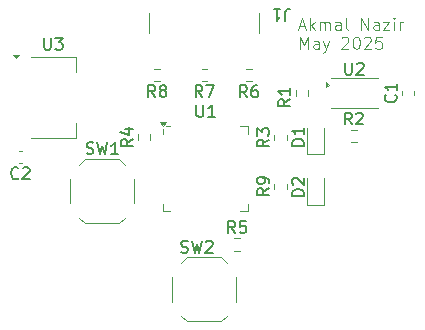
<source format=gbr>
%TF.GenerationSoftware,KiCad,Pcbnew,8.0.6*%
%TF.CreationDate,2025-05-21T19:35:09-04:00*%
%TF.ProjectId,ir_controller,69725f63-6f6e-4747-926f-6c6c65722e6b,rev?*%
%TF.SameCoordinates,Original*%
%TF.FileFunction,Legend,Top*%
%TF.FilePolarity,Positive*%
%FSLAX46Y46*%
G04 Gerber Fmt 4.6, Leading zero omitted, Abs format (unit mm)*
G04 Created by KiCad (PCBNEW 8.0.6) date 2025-05-21 19:35:09*
%MOMM*%
%LPD*%
G01*
G04 APERTURE LIST*
%ADD10C,0.100000*%
%ADD11C,0.150000*%
%ADD12C,0.120000*%
G04 APERTURE END LIST*
D10*
X56441065Y-35898960D02*
X56917255Y-35898960D01*
X56345827Y-36184675D02*
X56679160Y-35184675D01*
X56679160Y-35184675D02*
X57012493Y-36184675D01*
X57345827Y-36184675D02*
X57345827Y-35184675D01*
X57441065Y-35803722D02*
X57726779Y-36184675D01*
X57726779Y-35518008D02*
X57345827Y-35898960D01*
X58155351Y-36184675D02*
X58155351Y-35518008D01*
X58155351Y-35613246D02*
X58202970Y-35565627D01*
X58202970Y-35565627D02*
X58298208Y-35518008D01*
X58298208Y-35518008D02*
X58441065Y-35518008D01*
X58441065Y-35518008D02*
X58536303Y-35565627D01*
X58536303Y-35565627D02*
X58583922Y-35660865D01*
X58583922Y-35660865D02*
X58583922Y-36184675D01*
X58583922Y-35660865D02*
X58631541Y-35565627D01*
X58631541Y-35565627D02*
X58726779Y-35518008D01*
X58726779Y-35518008D02*
X58869636Y-35518008D01*
X58869636Y-35518008D02*
X58964875Y-35565627D01*
X58964875Y-35565627D02*
X59012494Y-35660865D01*
X59012494Y-35660865D02*
X59012494Y-36184675D01*
X59917255Y-36184675D02*
X59917255Y-35660865D01*
X59917255Y-35660865D02*
X59869636Y-35565627D01*
X59869636Y-35565627D02*
X59774398Y-35518008D01*
X59774398Y-35518008D02*
X59583922Y-35518008D01*
X59583922Y-35518008D02*
X59488684Y-35565627D01*
X59917255Y-36137056D02*
X59822017Y-36184675D01*
X59822017Y-36184675D02*
X59583922Y-36184675D01*
X59583922Y-36184675D02*
X59488684Y-36137056D01*
X59488684Y-36137056D02*
X59441065Y-36041817D01*
X59441065Y-36041817D02*
X59441065Y-35946579D01*
X59441065Y-35946579D02*
X59488684Y-35851341D01*
X59488684Y-35851341D02*
X59583922Y-35803722D01*
X59583922Y-35803722D02*
X59822017Y-35803722D01*
X59822017Y-35803722D02*
X59917255Y-35756103D01*
X60536303Y-36184675D02*
X60441065Y-36137056D01*
X60441065Y-36137056D02*
X60393446Y-36041817D01*
X60393446Y-36041817D02*
X60393446Y-35184675D01*
X61679161Y-36184675D02*
X61679161Y-35184675D01*
X61679161Y-35184675D02*
X62250589Y-36184675D01*
X62250589Y-36184675D02*
X62250589Y-35184675D01*
X63155351Y-36184675D02*
X63155351Y-35660865D01*
X63155351Y-35660865D02*
X63107732Y-35565627D01*
X63107732Y-35565627D02*
X63012494Y-35518008D01*
X63012494Y-35518008D02*
X62822018Y-35518008D01*
X62822018Y-35518008D02*
X62726780Y-35565627D01*
X63155351Y-36137056D02*
X63060113Y-36184675D01*
X63060113Y-36184675D02*
X62822018Y-36184675D01*
X62822018Y-36184675D02*
X62726780Y-36137056D01*
X62726780Y-36137056D02*
X62679161Y-36041817D01*
X62679161Y-36041817D02*
X62679161Y-35946579D01*
X62679161Y-35946579D02*
X62726780Y-35851341D01*
X62726780Y-35851341D02*
X62822018Y-35803722D01*
X62822018Y-35803722D02*
X63060113Y-35803722D01*
X63060113Y-35803722D02*
X63155351Y-35756103D01*
X63536304Y-35518008D02*
X64060113Y-35518008D01*
X64060113Y-35518008D02*
X63536304Y-36184675D01*
X63536304Y-36184675D02*
X64060113Y-36184675D01*
X64441066Y-36184675D02*
X64441066Y-35518008D01*
X64441066Y-35184675D02*
X64393447Y-35232294D01*
X64393447Y-35232294D02*
X64441066Y-35279913D01*
X64441066Y-35279913D02*
X64488685Y-35232294D01*
X64488685Y-35232294D02*
X64441066Y-35184675D01*
X64441066Y-35184675D02*
X64441066Y-35279913D01*
X64917256Y-36184675D02*
X64917256Y-35518008D01*
X64917256Y-35708484D02*
X64964875Y-35613246D01*
X64964875Y-35613246D02*
X65012494Y-35565627D01*
X65012494Y-35565627D02*
X65107732Y-35518008D01*
X65107732Y-35518008D02*
X65202970Y-35518008D01*
X56488684Y-37794619D02*
X56488684Y-36794619D01*
X56488684Y-36794619D02*
X56822017Y-37508904D01*
X56822017Y-37508904D02*
X57155350Y-36794619D01*
X57155350Y-36794619D02*
X57155350Y-37794619D01*
X58060112Y-37794619D02*
X58060112Y-37270809D01*
X58060112Y-37270809D02*
X58012493Y-37175571D01*
X58012493Y-37175571D02*
X57917255Y-37127952D01*
X57917255Y-37127952D02*
X57726779Y-37127952D01*
X57726779Y-37127952D02*
X57631541Y-37175571D01*
X58060112Y-37747000D02*
X57964874Y-37794619D01*
X57964874Y-37794619D02*
X57726779Y-37794619D01*
X57726779Y-37794619D02*
X57631541Y-37747000D01*
X57631541Y-37747000D02*
X57583922Y-37651761D01*
X57583922Y-37651761D02*
X57583922Y-37556523D01*
X57583922Y-37556523D02*
X57631541Y-37461285D01*
X57631541Y-37461285D02*
X57726779Y-37413666D01*
X57726779Y-37413666D02*
X57964874Y-37413666D01*
X57964874Y-37413666D02*
X58060112Y-37366047D01*
X58441065Y-37127952D02*
X58679160Y-37794619D01*
X58917255Y-37127952D02*
X58679160Y-37794619D01*
X58679160Y-37794619D02*
X58583922Y-38032714D01*
X58583922Y-38032714D02*
X58536303Y-38080333D01*
X58536303Y-38080333D02*
X58441065Y-38127952D01*
X60012494Y-36889857D02*
X60060113Y-36842238D01*
X60060113Y-36842238D02*
X60155351Y-36794619D01*
X60155351Y-36794619D02*
X60393446Y-36794619D01*
X60393446Y-36794619D02*
X60488684Y-36842238D01*
X60488684Y-36842238D02*
X60536303Y-36889857D01*
X60536303Y-36889857D02*
X60583922Y-36985095D01*
X60583922Y-36985095D02*
X60583922Y-37080333D01*
X60583922Y-37080333D02*
X60536303Y-37223190D01*
X60536303Y-37223190D02*
X59964875Y-37794619D01*
X59964875Y-37794619D02*
X60583922Y-37794619D01*
X61202970Y-36794619D02*
X61298208Y-36794619D01*
X61298208Y-36794619D02*
X61393446Y-36842238D01*
X61393446Y-36842238D02*
X61441065Y-36889857D01*
X61441065Y-36889857D02*
X61488684Y-36985095D01*
X61488684Y-36985095D02*
X61536303Y-37175571D01*
X61536303Y-37175571D02*
X61536303Y-37413666D01*
X61536303Y-37413666D02*
X61488684Y-37604142D01*
X61488684Y-37604142D02*
X61441065Y-37699380D01*
X61441065Y-37699380D02*
X61393446Y-37747000D01*
X61393446Y-37747000D02*
X61298208Y-37794619D01*
X61298208Y-37794619D02*
X61202970Y-37794619D01*
X61202970Y-37794619D02*
X61107732Y-37747000D01*
X61107732Y-37747000D02*
X61060113Y-37699380D01*
X61060113Y-37699380D02*
X61012494Y-37604142D01*
X61012494Y-37604142D02*
X60964875Y-37413666D01*
X60964875Y-37413666D02*
X60964875Y-37175571D01*
X60964875Y-37175571D02*
X61012494Y-36985095D01*
X61012494Y-36985095D02*
X61060113Y-36889857D01*
X61060113Y-36889857D02*
X61107732Y-36842238D01*
X61107732Y-36842238D02*
X61202970Y-36794619D01*
X61917256Y-36889857D02*
X61964875Y-36842238D01*
X61964875Y-36842238D02*
X62060113Y-36794619D01*
X62060113Y-36794619D02*
X62298208Y-36794619D01*
X62298208Y-36794619D02*
X62393446Y-36842238D01*
X62393446Y-36842238D02*
X62441065Y-36889857D01*
X62441065Y-36889857D02*
X62488684Y-36985095D01*
X62488684Y-36985095D02*
X62488684Y-37080333D01*
X62488684Y-37080333D02*
X62441065Y-37223190D01*
X62441065Y-37223190D02*
X61869637Y-37794619D01*
X61869637Y-37794619D02*
X62488684Y-37794619D01*
X63393446Y-36794619D02*
X62917256Y-36794619D01*
X62917256Y-36794619D02*
X62869637Y-37270809D01*
X62869637Y-37270809D02*
X62917256Y-37223190D01*
X62917256Y-37223190D02*
X63012494Y-37175571D01*
X63012494Y-37175571D02*
X63250589Y-37175571D01*
X63250589Y-37175571D02*
X63345827Y-37223190D01*
X63345827Y-37223190D02*
X63393446Y-37270809D01*
X63393446Y-37270809D02*
X63441065Y-37366047D01*
X63441065Y-37366047D02*
X63441065Y-37604142D01*
X63441065Y-37604142D02*
X63393446Y-37699380D01*
X63393446Y-37699380D02*
X63345827Y-37747000D01*
X63345827Y-37747000D02*
X63250589Y-37794619D01*
X63250589Y-37794619D02*
X63012494Y-37794619D01*
X63012494Y-37794619D02*
X62917256Y-37747000D01*
X62917256Y-37747000D02*
X62869637Y-37699380D01*
D11*
X38416467Y-46663200D02*
X38559324Y-46710819D01*
X38559324Y-46710819D02*
X38797419Y-46710819D01*
X38797419Y-46710819D02*
X38892657Y-46663200D01*
X38892657Y-46663200D02*
X38940276Y-46615580D01*
X38940276Y-46615580D02*
X38987895Y-46520342D01*
X38987895Y-46520342D02*
X38987895Y-46425104D01*
X38987895Y-46425104D02*
X38940276Y-46329866D01*
X38940276Y-46329866D02*
X38892657Y-46282247D01*
X38892657Y-46282247D02*
X38797419Y-46234628D01*
X38797419Y-46234628D02*
X38606943Y-46187009D01*
X38606943Y-46187009D02*
X38511705Y-46139390D01*
X38511705Y-46139390D02*
X38464086Y-46091771D01*
X38464086Y-46091771D02*
X38416467Y-45996533D01*
X38416467Y-45996533D02*
X38416467Y-45901295D01*
X38416467Y-45901295D02*
X38464086Y-45806057D01*
X38464086Y-45806057D02*
X38511705Y-45758438D01*
X38511705Y-45758438D02*
X38606943Y-45710819D01*
X38606943Y-45710819D02*
X38845038Y-45710819D01*
X38845038Y-45710819D02*
X38987895Y-45758438D01*
X39321229Y-45710819D02*
X39559324Y-46710819D01*
X39559324Y-46710819D02*
X39749800Y-45996533D01*
X39749800Y-45996533D02*
X39940276Y-46710819D01*
X39940276Y-46710819D02*
X40178372Y-45710819D01*
X41083133Y-46710819D02*
X40511705Y-46710819D01*
X40797419Y-46710819D02*
X40797419Y-45710819D01*
X40797419Y-45710819D02*
X40702181Y-45853676D01*
X40702181Y-45853676D02*
X40606943Y-45948914D01*
X40606943Y-45948914D02*
X40511705Y-45996533D01*
X46416267Y-55017200D02*
X46559124Y-55064819D01*
X46559124Y-55064819D02*
X46797219Y-55064819D01*
X46797219Y-55064819D02*
X46892457Y-55017200D01*
X46892457Y-55017200D02*
X46940076Y-54969580D01*
X46940076Y-54969580D02*
X46987695Y-54874342D01*
X46987695Y-54874342D02*
X46987695Y-54779104D01*
X46987695Y-54779104D02*
X46940076Y-54683866D01*
X46940076Y-54683866D02*
X46892457Y-54636247D01*
X46892457Y-54636247D02*
X46797219Y-54588628D01*
X46797219Y-54588628D02*
X46606743Y-54541009D01*
X46606743Y-54541009D02*
X46511505Y-54493390D01*
X46511505Y-54493390D02*
X46463886Y-54445771D01*
X46463886Y-54445771D02*
X46416267Y-54350533D01*
X46416267Y-54350533D02*
X46416267Y-54255295D01*
X46416267Y-54255295D02*
X46463886Y-54160057D01*
X46463886Y-54160057D02*
X46511505Y-54112438D01*
X46511505Y-54112438D02*
X46606743Y-54064819D01*
X46606743Y-54064819D02*
X46844838Y-54064819D01*
X46844838Y-54064819D02*
X46987695Y-54112438D01*
X47321029Y-54064819D02*
X47559124Y-55064819D01*
X47559124Y-55064819D02*
X47749600Y-54350533D01*
X47749600Y-54350533D02*
X47940076Y-55064819D01*
X47940076Y-55064819D02*
X48178172Y-54064819D01*
X48511505Y-54160057D02*
X48559124Y-54112438D01*
X48559124Y-54112438D02*
X48654362Y-54064819D01*
X48654362Y-54064819D02*
X48892457Y-54064819D01*
X48892457Y-54064819D02*
X48987695Y-54112438D01*
X48987695Y-54112438D02*
X49035314Y-54160057D01*
X49035314Y-54160057D02*
X49082933Y-54255295D01*
X49082933Y-54255295D02*
X49082933Y-54350533D01*
X49082933Y-54350533D02*
X49035314Y-54493390D01*
X49035314Y-54493390D02*
X48463886Y-55064819D01*
X48463886Y-55064819D02*
X49082933Y-55064819D01*
X34823495Y-36876919D02*
X34823495Y-37686442D01*
X34823495Y-37686442D02*
X34871114Y-37781680D01*
X34871114Y-37781680D02*
X34918733Y-37829300D01*
X34918733Y-37829300D02*
X35013971Y-37876919D01*
X35013971Y-37876919D02*
X35204447Y-37876919D01*
X35204447Y-37876919D02*
X35299685Y-37829300D01*
X35299685Y-37829300D02*
X35347304Y-37781680D01*
X35347304Y-37781680D02*
X35394923Y-37686442D01*
X35394923Y-37686442D02*
X35394923Y-36876919D01*
X35775876Y-36876919D02*
X36394923Y-36876919D01*
X36394923Y-36876919D02*
X36061590Y-37257871D01*
X36061590Y-37257871D02*
X36204447Y-37257871D01*
X36204447Y-37257871D02*
X36299685Y-37305490D01*
X36299685Y-37305490D02*
X36347304Y-37353109D01*
X36347304Y-37353109D02*
X36394923Y-37448347D01*
X36394923Y-37448347D02*
X36394923Y-37686442D01*
X36394923Y-37686442D02*
X36347304Y-37781680D01*
X36347304Y-37781680D02*
X36299685Y-37829300D01*
X36299685Y-37829300D02*
X36204447Y-37876919D01*
X36204447Y-37876919D02*
X35918733Y-37876919D01*
X35918733Y-37876919D02*
X35823495Y-37829300D01*
X35823495Y-37829300D02*
X35775876Y-37781680D01*
X60317895Y-38985819D02*
X60317895Y-39795342D01*
X60317895Y-39795342D02*
X60365514Y-39890580D01*
X60365514Y-39890580D02*
X60413133Y-39938200D01*
X60413133Y-39938200D02*
X60508371Y-39985819D01*
X60508371Y-39985819D02*
X60698847Y-39985819D01*
X60698847Y-39985819D02*
X60794085Y-39938200D01*
X60794085Y-39938200D02*
X60841704Y-39890580D01*
X60841704Y-39890580D02*
X60889323Y-39795342D01*
X60889323Y-39795342D02*
X60889323Y-38985819D01*
X61317895Y-39081057D02*
X61365514Y-39033438D01*
X61365514Y-39033438D02*
X61460752Y-38985819D01*
X61460752Y-38985819D02*
X61698847Y-38985819D01*
X61698847Y-38985819D02*
X61794085Y-39033438D01*
X61794085Y-39033438D02*
X61841704Y-39081057D01*
X61841704Y-39081057D02*
X61889323Y-39176295D01*
X61889323Y-39176295D02*
X61889323Y-39271533D01*
X61889323Y-39271533D02*
X61841704Y-39414390D01*
X61841704Y-39414390D02*
X61270276Y-39985819D01*
X61270276Y-39985819D02*
X61889323Y-39985819D01*
X47714095Y-42567219D02*
X47714095Y-43376742D01*
X47714095Y-43376742D02*
X47761714Y-43471980D01*
X47761714Y-43471980D02*
X47809333Y-43519600D01*
X47809333Y-43519600D02*
X47904571Y-43567219D01*
X47904571Y-43567219D02*
X48095047Y-43567219D01*
X48095047Y-43567219D02*
X48190285Y-43519600D01*
X48190285Y-43519600D02*
X48237904Y-43471980D01*
X48237904Y-43471980D02*
X48285523Y-43376742D01*
X48285523Y-43376742D02*
X48285523Y-42567219D01*
X49285523Y-43567219D02*
X48714095Y-43567219D01*
X48999809Y-43567219D02*
X48999809Y-42567219D01*
X48999809Y-42567219D02*
X48904571Y-42710076D01*
X48904571Y-42710076D02*
X48809333Y-42805314D01*
X48809333Y-42805314D02*
X48714095Y-42852933D01*
X53863419Y-49608266D02*
X53387228Y-49941599D01*
X53863419Y-50179694D02*
X52863419Y-50179694D01*
X52863419Y-50179694D02*
X52863419Y-49798742D01*
X52863419Y-49798742D02*
X52911038Y-49703504D01*
X52911038Y-49703504D02*
X52958657Y-49655885D01*
X52958657Y-49655885D02*
X53053895Y-49608266D01*
X53053895Y-49608266D02*
X53196752Y-49608266D01*
X53196752Y-49608266D02*
X53291990Y-49655885D01*
X53291990Y-49655885D02*
X53339609Y-49703504D01*
X53339609Y-49703504D02*
X53387228Y-49798742D01*
X53387228Y-49798742D02*
X53387228Y-50179694D01*
X53863419Y-49132075D02*
X53863419Y-48941599D01*
X53863419Y-48941599D02*
X53815800Y-48846361D01*
X53815800Y-48846361D02*
X53768180Y-48798742D01*
X53768180Y-48798742D02*
X53625323Y-48703504D01*
X53625323Y-48703504D02*
X53434847Y-48655885D01*
X53434847Y-48655885D02*
X53053895Y-48655885D01*
X53053895Y-48655885D02*
X52958657Y-48703504D01*
X52958657Y-48703504D02*
X52911038Y-48751123D01*
X52911038Y-48751123D02*
X52863419Y-48846361D01*
X52863419Y-48846361D02*
X52863419Y-49036837D01*
X52863419Y-49036837D02*
X52911038Y-49132075D01*
X52911038Y-49132075D02*
X52958657Y-49179694D01*
X52958657Y-49179694D02*
X53053895Y-49227313D01*
X53053895Y-49227313D02*
X53291990Y-49227313D01*
X53291990Y-49227313D02*
X53387228Y-49179694D01*
X53387228Y-49179694D02*
X53434847Y-49132075D01*
X53434847Y-49132075D02*
X53482466Y-49036837D01*
X53482466Y-49036837D02*
X53482466Y-48846361D01*
X53482466Y-48846361D02*
X53434847Y-48751123D01*
X53434847Y-48751123D02*
X53387228Y-48703504D01*
X53387228Y-48703504D02*
X53291990Y-48655885D01*
X44220133Y-41878419D02*
X43886800Y-41402228D01*
X43648705Y-41878419D02*
X43648705Y-40878419D01*
X43648705Y-40878419D02*
X44029657Y-40878419D01*
X44029657Y-40878419D02*
X44124895Y-40926038D01*
X44124895Y-40926038D02*
X44172514Y-40973657D01*
X44172514Y-40973657D02*
X44220133Y-41068895D01*
X44220133Y-41068895D02*
X44220133Y-41211752D01*
X44220133Y-41211752D02*
X44172514Y-41306990D01*
X44172514Y-41306990D02*
X44124895Y-41354609D01*
X44124895Y-41354609D02*
X44029657Y-41402228D01*
X44029657Y-41402228D02*
X43648705Y-41402228D01*
X44791562Y-41306990D02*
X44696324Y-41259371D01*
X44696324Y-41259371D02*
X44648705Y-41211752D01*
X44648705Y-41211752D02*
X44601086Y-41116514D01*
X44601086Y-41116514D02*
X44601086Y-41068895D01*
X44601086Y-41068895D02*
X44648705Y-40973657D01*
X44648705Y-40973657D02*
X44696324Y-40926038D01*
X44696324Y-40926038D02*
X44791562Y-40878419D01*
X44791562Y-40878419D02*
X44982038Y-40878419D01*
X44982038Y-40878419D02*
X45077276Y-40926038D01*
X45077276Y-40926038D02*
X45124895Y-40973657D01*
X45124895Y-40973657D02*
X45172514Y-41068895D01*
X45172514Y-41068895D02*
X45172514Y-41116514D01*
X45172514Y-41116514D02*
X45124895Y-41211752D01*
X45124895Y-41211752D02*
X45077276Y-41259371D01*
X45077276Y-41259371D02*
X44982038Y-41306990D01*
X44982038Y-41306990D02*
X44791562Y-41306990D01*
X44791562Y-41306990D02*
X44696324Y-41354609D01*
X44696324Y-41354609D02*
X44648705Y-41402228D01*
X44648705Y-41402228D02*
X44601086Y-41497466D01*
X44601086Y-41497466D02*
X44601086Y-41687942D01*
X44601086Y-41687942D02*
X44648705Y-41783180D01*
X44648705Y-41783180D02*
X44696324Y-41830800D01*
X44696324Y-41830800D02*
X44791562Y-41878419D01*
X44791562Y-41878419D02*
X44982038Y-41878419D01*
X44982038Y-41878419D02*
X45077276Y-41830800D01*
X45077276Y-41830800D02*
X45124895Y-41783180D01*
X45124895Y-41783180D02*
X45172514Y-41687942D01*
X45172514Y-41687942D02*
X45172514Y-41497466D01*
X45172514Y-41497466D02*
X45124895Y-41402228D01*
X45124895Y-41402228D02*
X45077276Y-41354609D01*
X45077276Y-41354609D02*
X44982038Y-41306990D01*
X48221133Y-41878419D02*
X47887800Y-41402228D01*
X47649705Y-41878419D02*
X47649705Y-40878419D01*
X47649705Y-40878419D02*
X48030657Y-40878419D01*
X48030657Y-40878419D02*
X48125895Y-40926038D01*
X48125895Y-40926038D02*
X48173514Y-40973657D01*
X48173514Y-40973657D02*
X48221133Y-41068895D01*
X48221133Y-41068895D02*
X48221133Y-41211752D01*
X48221133Y-41211752D02*
X48173514Y-41306990D01*
X48173514Y-41306990D02*
X48125895Y-41354609D01*
X48125895Y-41354609D02*
X48030657Y-41402228D01*
X48030657Y-41402228D02*
X47649705Y-41402228D01*
X48554467Y-40878419D02*
X49221133Y-40878419D01*
X49221133Y-40878419D02*
X48792562Y-41878419D01*
X51993533Y-41903819D02*
X51660200Y-41427628D01*
X51422105Y-41903819D02*
X51422105Y-40903819D01*
X51422105Y-40903819D02*
X51803057Y-40903819D01*
X51803057Y-40903819D02*
X51898295Y-40951438D01*
X51898295Y-40951438D02*
X51945914Y-40999057D01*
X51945914Y-40999057D02*
X51993533Y-41094295D01*
X51993533Y-41094295D02*
X51993533Y-41237152D01*
X51993533Y-41237152D02*
X51945914Y-41332390D01*
X51945914Y-41332390D02*
X51898295Y-41380009D01*
X51898295Y-41380009D02*
X51803057Y-41427628D01*
X51803057Y-41427628D02*
X51422105Y-41427628D01*
X52850676Y-40903819D02*
X52660200Y-40903819D01*
X52660200Y-40903819D02*
X52564962Y-40951438D01*
X52564962Y-40951438D02*
X52517343Y-40999057D01*
X52517343Y-40999057D02*
X52422105Y-41141914D01*
X52422105Y-41141914D02*
X52374486Y-41332390D01*
X52374486Y-41332390D02*
X52374486Y-41713342D01*
X52374486Y-41713342D02*
X52422105Y-41808580D01*
X52422105Y-41808580D02*
X52469724Y-41856200D01*
X52469724Y-41856200D02*
X52564962Y-41903819D01*
X52564962Y-41903819D02*
X52755438Y-41903819D01*
X52755438Y-41903819D02*
X52850676Y-41856200D01*
X52850676Y-41856200D02*
X52898295Y-41808580D01*
X52898295Y-41808580D02*
X52945914Y-41713342D01*
X52945914Y-41713342D02*
X52945914Y-41475247D01*
X52945914Y-41475247D02*
X52898295Y-41380009D01*
X52898295Y-41380009D02*
X52850676Y-41332390D01*
X52850676Y-41332390D02*
X52755438Y-41284771D01*
X52755438Y-41284771D02*
X52564962Y-41284771D01*
X52564962Y-41284771D02*
X52469724Y-41332390D01*
X52469724Y-41332390D02*
X52422105Y-41380009D01*
X52422105Y-41380009D02*
X52374486Y-41475247D01*
X51001133Y-53380819D02*
X50667800Y-52904628D01*
X50429705Y-53380819D02*
X50429705Y-52380819D01*
X50429705Y-52380819D02*
X50810657Y-52380819D01*
X50810657Y-52380819D02*
X50905895Y-52428438D01*
X50905895Y-52428438D02*
X50953514Y-52476057D01*
X50953514Y-52476057D02*
X51001133Y-52571295D01*
X51001133Y-52571295D02*
X51001133Y-52714152D01*
X51001133Y-52714152D02*
X50953514Y-52809390D01*
X50953514Y-52809390D02*
X50905895Y-52857009D01*
X50905895Y-52857009D02*
X50810657Y-52904628D01*
X50810657Y-52904628D02*
X50429705Y-52904628D01*
X51905895Y-52380819D02*
X51429705Y-52380819D01*
X51429705Y-52380819D02*
X51382086Y-52857009D01*
X51382086Y-52857009D02*
X51429705Y-52809390D01*
X51429705Y-52809390D02*
X51524943Y-52761771D01*
X51524943Y-52761771D02*
X51763038Y-52761771D01*
X51763038Y-52761771D02*
X51858276Y-52809390D01*
X51858276Y-52809390D02*
X51905895Y-52857009D01*
X51905895Y-52857009D02*
X51953514Y-52952247D01*
X51953514Y-52952247D02*
X51953514Y-53190342D01*
X51953514Y-53190342D02*
X51905895Y-53285580D01*
X51905895Y-53285580D02*
X51858276Y-53333200D01*
X51858276Y-53333200D02*
X51763038Y-53380819D01*
X51763038Y-53380819D02*
X51524943Y-53380819D01*
X51524943Y-53380819D02*
X51429705Y-53333200D01*
X51429705Y-53333200D02*
X51382086Y-53285580D01*
X42306419Y-45441666D02*
X41830228Y-45774999D01*
X42306419Y-46013094D02*
X41306419Y-46013094D01*
X41306419Y-46013094D02*
X41306419Y-45632142D01*
X41306419Y-45632142D02*
X41354038Y-45536904D01*
X41354038Y-45536904D02*
X41401657Y-45489285D01*
X41401657Y-45489285D02*
X41496895Y-45441666D01*
X41496895Y-45441666D02*
X41639752Y-45441666D01*
X41639752Y-45441666D02*
X41734990Y-45489285D01*
X41734990Y-45489285D02*
X41782609Y-45536904D01*
X41782609Y-45536904D02*
X41830228Y-45632142D01*
X41830228Y-45632142D02*
X41830228Y-46013094D01*
X41639752Y-44584523D02*
X42306419Y-44584523D01*
X41258800Y-44822618D02*
X41973085Y-45060713D01*
X41973085Y-45060713D02*
X41973085Y-44441666D01*
X53863419Y-45480266D02*
X53387228Y-45813599D01*
X53863419Y-46051694D02*
X52863419Y-46051694D01*
X52863419Y-46051694D02*
X52863419Y-45670742D01*
X52863419Y-45670742D02*
X52911038Y-45575504D01*
X52911038Y-45575504D02*
X52958657Y-45527885D01*
X52958657Y-45527885D02*
X53053895Y-45480266D01*
X53053895Y-45480266D02*
X53196752Y-45480266D01*
X53196752Y-45480266D02*
X53291990Y-45527885D01*
X53291990Y-45527885D02*
X53339609Y-45575504D01*
X53339609Y-45575504D02*
X53387228Y-45670742D01*
X53387228Y-45670742D02*
X53387228Y-46051694D01*
X52863419Y-45146932D02*
X52863419Y-44527885D01*
X52863419Y-44527885D02*
X53244371Y-44861218D01*
X53244371Y-44861218D02*
X53244371Y-44718361D01*
X53244371Y-44718361D02*
X53291990Y-44623123D01*
X53291990Y-44623123D02*
X53339609Y-44575504D01*
X53339609Y-44575504D02*
X53434847Y-44527885D01*
X53434847Y-44527885D02*
X53672942Y-44527885D01*
X53672942Y-44527885D02*
X53768180Y-44575504D01*
X53768180Y-44575504D02*
X53815800Y-44623123D01*
X53815800Y-44623123D02*
X53863419Y-44718361D01*
X53863419Y-44718361D02*
X53863419Y-45004075D01*
X53863419Y-45004075D02*
X53815800Y-45099313D01*
X53815800Y-45099313D02*
X53768180Y-45146932D01*
X60869533Y-44199219D02*
X60536200Y-43723028D01*
X60298105Y-44199219D02*
X60298105Y-43199219D01*
X60298105Y-43199219D02*
X60679057Y-43199219D01*
X60679057Y-43199219D02*
X60774295Y-43246838D01*
X60774295Y-43246838D02*
X60821914Y-43294457D01*
X60821914Y-43294457D02*
X60869533Y-43389695D01*
X60869533Y-43389695D02*
X60869533Y-43532552D01*
X60869533Y-43532552D02*
X60821914Y-43627790D01*
X60821914Y-43627790D02*
X60774295Y-43675409D01*
X60774295Y-43675409D02*
X60679057Y-43723028D01*
X60679057Y-43723028D02*
X60298105Y-43723028D01*
X61250486Y-43294457D02*
X61298105Y-43246838D01*
X61298105Y-43246838D02*
X61393343Y-43199219D01*
X61393343Y-43199219D02*
X61631438Y-43199219D01*
X61631438Y-43199219D02*
X61726676Y-43246838D01*
X61726676Y-43246838D02*
X61774295Y-43294457D01*
X61774295Y-43294457D02*
X61821914Y-43389695D01*
X61821914Y-43389695D02*
X61821914Y-43484933D01*
X61821914Y-43484933D02*
X61774295Y-43627790D01*
X61774295Y-43627790D02*
X61202867Y-44199219D01*
X61202867Y-44199219D02*
X61821914Y-44199219D01*
X55649019Y-42076666D02*
X55172828Y-42409999D01*
X55649019Y-42648094D02*
X54649019Y-42648094D01*
X54649019Y-42648094D02*
X54649019Y-42267142D01*
X54649019Y-42267142D02*
X54696638Y-42171904D01*
X54696638Y-42171904D02*
X54744257Y-42124285D01*
X54744257Y-42124285D02*
X54839495Y-42076666D01*
X54839495Y-42076666D02*
X54982352Y-42076666D01*
X54982352Y-42076666D02*
X55077590Y-42124285D01*
X55077590Y-42124285D02*
X55125209Y-42171904D01*
X55125209Y-42171904D02*
X55172828Y-42267142D01*
X55172828Y-42267142D02*
X55172828Y-42648094D01*
X55649019Y-41124285D02*
X55649019Y-41695713D01*
X55649019Y-41409999D02*
X54649019Y-41409999D01*
X54649019Y-41409999D02*
X54791876Y-41505237D01*
X54791876Y-41505237D02*
X54887114Y-41600475D01*
X54887114Y-41600475D02*
X54934733Y-41695713D01*
X55248133Y-35419380D02*
X55248133Y-34705095D01*
X55248133Y-34705095D02*
X55295752Y-34562238D01*
X55295752Y-34562238D02*
X55390990Y-34467000D01*
X55390990Y-34467000D02*
X55533847Y-34419380D01*
X55533847Y-34419380D02*
X55629085Y-34419380D01*
X54248133Y-34419380D02*
X54819561Y-34419380D01*
X54533847Y-34419380D02*
X54533847Y-35419380D01*
X54533847Y-35419380D02*
X54629085Y-35276523D01*
X54629085Y-35276523D02*
X54724323Y-35181285D01*
X54724323Y-35181285D02*
X54819561Y-35133666D01*
X56809819Y-50242594D02*
X55809819Y-50242594D01*
X55809819Y-50242594D02*
X55809819Y-50004499D01*
X55809819Y-50004499D02*
X55857438Y-49861642D01*
X55857438Y-49861642D02*
X55952676Y-49766404D01*
X55952676Y-49766404D02*
X56047914Y-49718785D01*
X56047914Y-49718785D02*
X56238390Y-49671166D01*
X56238390Y-49671166D02*
X56381247Y-49671166D01*
X56381247Y-49671166D02*
X56571723Y-49718785D01*
X56571723Y-49718785D02*
X56666961Y-49766404D01*
X56666961Y-49766404D02*
X56762200Y-49861642D01*
X56762200Y-49861642D02*
X56809819Y-50004499D01*
X56809819Y-50004499D02*
X56809819Y-50242594D01*
X55905057Y-49290213D02*
X55857438Y-49242594D01*
X55857438Y-49242594D02*
X55809819Y-49147356D01*
X55809819Y-49147356D02*
X55809819Y-48909261D01*
X55809819Y-48909261D02*
X55857438Y-48814023D01*
X55857438Y-48814023D02*
X55905057Y-48766404D01*
X55905057Y-48766404D02*
X56000295Y-48718785D01*
X56000295Y-48718785D02*
X56095533Y-48718785D01*
X56095533Y-48718785D02*
X56238390Y-48766404D01*
X56238390Y-48766404D02*
X56809819Y-49337832D01*
X56809819Y-49337832D02*
X56809819Y-48718785D01*
X56809819Y-46000994D02*
X55809819Y-46000994D01*
X55809819Y-46000994D02*
X55809819Y-45762899D01*
X55809819Y-45762899D02*
X55857438Y-45620042D01*
X55857438Y-45620042D02*
X55952676Y-45524804D01*
X55952676Y-45524804D02*
X56047914Y-45477185D01*
X56047914Y-45477185D02*
X56238390Y-45429566D01*
X56238390Y-45429566D02*
X56381247Y-45429566D01*
X56381247Y-45429566D02*
X56571723Y-45477185D01*
X56571723Y-45477185D02*
X56666961Y-45524804D01*
X56666961Y-45524804D02*
X56762200Y-45620042D01*
X56762200Y-45620042D02*
X56809819Y-45762899D01*
X56809819Y-45762899D02*
X56809819Y-46000994D01*
X56809819Y-44477185D02*
X56809819Y-45048613D01*
X56809819Y-44762899D02*
X55809819Y-44762899D01*
X55809819Y-44762899D02*
X55952676Y-44858137D01*
X55952676Y-44858137D02*
X56047914Y-44953375D01*
X56047914Y-44953375D02*
X56095533Y-45048613D01*
X32638133Y-48740880D02*
X32590514Y-48788500D01*
X32590514Y-48788500D02*
X32447657Y-48836119D01*
X32447657Y-48836119D02*
X32352419Y-48836119D01*
X32352419Y-48836119D02*
X32209562Y-48788500D01*
X32209562Y-48788500D02*
X32114324Y-48693261D01*
X32114324Y-48693261D02*
X32066705Y-48598023D01*
X32066705Y-48598023D02*
X32019086Y-48407547D01*
X32019086Y-48407547D02*
X32019086Y-48264690D01*
X32019086Y-48264690D02*
X32066705Y-48074214D01*
X32066705Y-48074214D02*
X32114324Y-47978976D01*
X32114324Y-47978976D02*
X32209562Y-47883738D01*
X32209562Y-47883738D02*
X32352419Y-47836119D01*
X32352419Y-47836119D02*
X32447657Y-47836119D01*
X32447657Y-47836119D02*
X32590514Y-47883738D01*
X32590514Y-47883738D02*
X32638133Y-47931357D01*
X33019086Y-47931357D02*
X33066705Y-47883738D01*
X33066705Y-47883738D02*
X33161943Y-47836119D01*
X33161943Y-47836119D02*
X33400038Y-47836119D01*
X33400038Y-47836119D02*
X33495276Y-47883738D01*
X33495276Y-47883738D02*
X33542895Y-47931357D01*
X33542895Y-47931357D02*
X33590514Y-48026595D01*
X33590514Y-48026595D02*
X33590514Y-48121833D01*
X33590514Y-48121833D02*
X33542895Y-48264690D01*
X33542895Y-48264690D02*
X32971467Y-48836119D01*
X32971467Y-48836119D02*
X33590514Y-48836119D01*
X64563180Y-41695866D02*
X64610800Y-41743485D01*
X64610800Y-41743485D02*
X64658419Y-41886342D01*
X64658419Y-41886342D02*
X64658419Y-41981580D01*
X64658419Y-41981580D02*
X64610800Y-42124437D01*
X64610800Y-42124437D02*
X64515561Y-42219675D01*
X64515561Y-42219675D02*
X64420323Y-42267294D01*
X64420323Y-42267294D02*
X64229847Y-42314913D01*
X64229847Y-42314913D02*
X64086990Y-42314913D01*
X64086990Y-42314913D02*
X63896514Y-42267294D01*
X63896514Y-42267294D02*
X63801276Y-42219675D01*
X63801276Y-42219675D02*
X63706038Y-42124437D01*
X63706038Y-42124437D02*
X63658419Y-41981580D01*
X63658419Y-41981580D02*
X63658419Y-41886342D01*
X63658419Y-41886342D02*
X63706038Y-41743485D01*
X63706038Y-41743485D02*
X63753657Y-41695866D01*
X64658419Y-40743485D02*
X64658419Y-41314913D01*
X64658419Y-41029199D02*
X63658419Y-41029199D01*
X63658419Y-41029199D02*
X63801276Y-41124437D01*
X63801276Y-41124437D02*
X63896514Y-41219675D01*
X63896514Y-41219675D02*
X63944133Y-41314913D01*
D12*
%TO.C,SW1*%
X37029800Y-50896000D02*
X37029800Y-48816000D01*
X38299800Y-47136000D02*
X37809800Y-47626000D01*
X38299800Y-47136000D02*
X41199800Y-47136000D01*
X38299800Y-52576000D02*
X37809800Y-52086000D01*
X38299800Y-52576000D02*
X41199800Y-52576000D01*
X41199800Y-47136000D02*
X41689800Y-47626000D01*
X41199800Y-52576000D02*
X41689800Y-52086000D01*
X42469800Y-50896000D02*
X42469800Y-48816000D01*
%TO.C,SW2*%
X45665800Y-59201800D02*
X45665800Y-57121800D01*
X46935800Y-55441800D02*
X46445800Y-55931800D01*
X46935800Y-55441800D02*
X49835800Y-55441800D01*
X46935800Y-60881800D02*
X46445800Y-60391800D01*
X46935800Y-60881800D02*
X49835800Y-60881800D01*
X49835800Y-55441800D02*
X50325800Y-55931800D01*
X49835800Y-60881800D02*
X50325800Y-60391800D01*
X51105800Y-59201800D02*
X51105800Y-57121800D01*
%TO.C,U3*%
X33735400Y-38512100D02*
X37495400Y-38512100D01*
X33735400Y-45332100D02*
X37495400Y-45332100D01*
X37495400Y-38512100D02*
X37495400Y-39772100D01*
X37495400Y-45332100D02*
X37495400Y-44072100D01*
X32455400Y-38612100D02*
X32215400Y-38282100D01*
X32695400Y-38282100D01*
X32455400Y-38612100D01*
G36*
X32455400Y-38612100D02*
G01*
X32215400Y-38282100D01*
X32695400Y-38282100D01*
X32455400Y-38612100D01*
G37*
%TO.C,U2*%
X59109800Y-40241000D02*
X63049800Y-40241000D01*
X59109800Y-42821000D02*
X63049800Y-42821000D01*
X58979800Y-40831000D02*
X58649800Y-41071000D01*
X58649800Y-40591000D01*
X58979800Y-40831000D01*
G36*
X58979800Y-40831000D02*
G01*
X58649800Y-41071000D01*
X58649800Y-40591000D01*
X58979800Y-40831000D01*
G37*
%TO.C,U1*%
X44866000Y-44982400D02*
X44866000Y-44572400D01*
X44866000Y-51552400D02*
X44866000Y-50902400D01*
X45516000Y-44332400D02*
X45166000Y-44332400D01*
X45516000Y-51552400D02*
X44866000Y-51552400D01*
X51436000Y-44332400D02*
X52086000Y-44332400D01*
X51436000Y-51552400D02*
X52086000Y-51552400D01*
X52086000Y-44332400D02*
X52086000Y-44982400D01*
X52086000Y-51552400D02*
X52086000Y-50902400D01*
X44866000Y-44332400D02*
X44626000Y-44002400D01*
X45106000Y-44002400D01*
X44866000Y-44332400D01*
G36*
X44866000Y-44332400D02*
G01*
X44626000Y-44002400D01*
X45106000Y-44002400D01*
X44866000Y-44332400D01*
G37*
%TO.C,R9*%
X54316100Y-49678858D02*
X54316100Y-49204342D01*
X55361100Y-49678858D02*
X55361100Y-49204342D01*
%TO.C,R8*%
X44624058Y-40516100D02*
X44149542Y-40516100D01*
X44624058Y-39471100D02*
X44149542Y-39471100D01*
%TO.C,R7*%
X48625058Y-40516100D02*
X48150542Y-40516100D01*
X48625058Y-39471100D02*
X48150542Y-39471100D01*
%TO.C,R6*%
X52397458Y-40541500D02*
X51922942Y-40541500D01*
X52397458Y-39496500D02*
X51922942Y-39496500D01*
%TO.C,R5*%
X50930542Y-53833500D02*
X51405058Y-53833500D01*
X50930542Y-54878500D02*
X51405058Y-54878500D01*
%TO.C,R4*%
X42759100Y-45512258D02*
X42759100Y-45037742D01*
X43804100Y-45512258D02*
X43804100Y-45037742D01*
%TO.C,R3*%
X54316100Y-45550858D02*
X54316100Y-45076342D01*
X55361100Y-45550858D02*
X55361100Y-45076342D01*
%TO.C,R2*%
X60798942Y-44651900D02*
X61273458Y-44651900D01*
X60798942Y-45696900D02*
X61273458Y-45696900D01*
%TO.C,R1*%
X57164500Y-41291742D02*
X57164500Y-41766258D01*
X56119500Y-41291742D02*
X56119500Y-41766258D01*
%TO.C,J1*%
X53004200Y-34755800D02*
X53004200Y-36455800D01*
X43664200Y-34755800D02*
X43664200Y-36455800D01*
%TO.C,D2*%
X57050000Y-50989500D02*
X58520000Y-50989500D01*
X58520000Y-50989500D02*
X58520000Y-48704500D01*
X57050000Y-48704500D02*
X57050000Y-50989500D01*
%TO.C,D1*%
X57050000Y-46747900D02*
X58520000Y-46747900D01*
X58520000Y-46747900D02*
X58520000Y-44462900D01*
X57050000Y-44462900D02*
X57050000Y-46747900D01*
%TO.C,C2*%
X32945380Y-47461300D02*
X32664220Y-47461300D01*
X32945380Y-46441300D02*
X32664220Y-46441300D01*
%TO.C,C1*%
X65123600Y-41669780D02*
X65123600Y-41388620D01*
X66143600Y-41669780D02*
X66143600Y-41388620D01*
%TD*%
M02*

</source>
